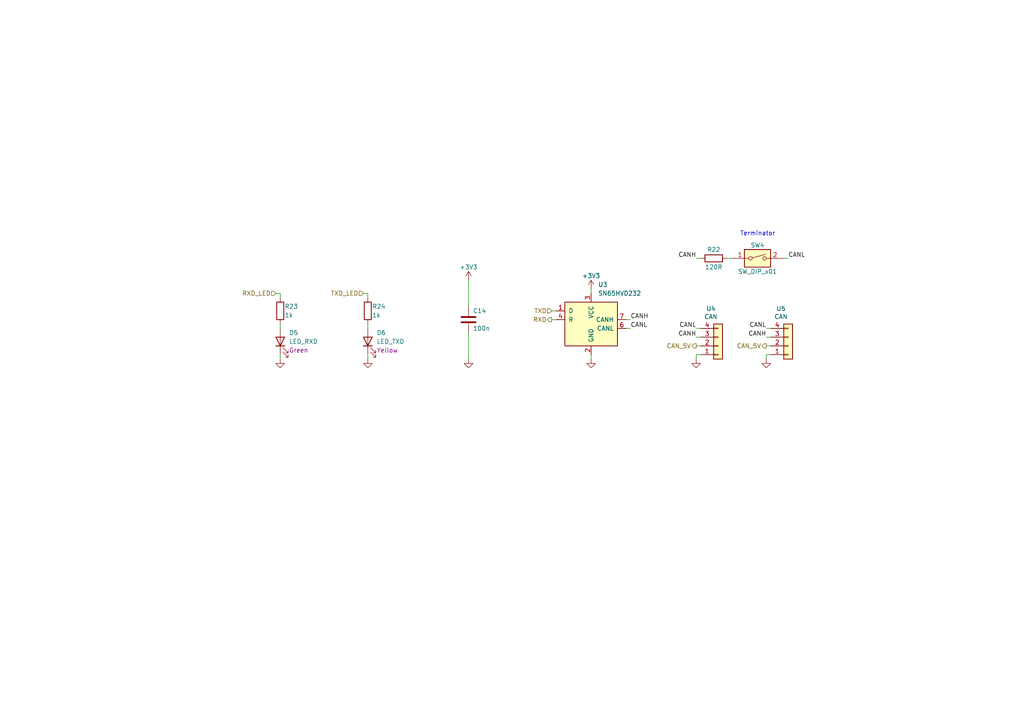
<source format=kicad_sch>
(kicad_sch (version 20231120) (generator "eeschema") (generator_version "8.0")
  (paper "A4")
  (title_block (title "CAN") (date "2023-12-25") (rev "0.1") (company "Patryk Dudziński"))
  (lib_symbols
    (symbol "Connector_Generic:Conn_01x04" (pin_names (offset 1.016) hide)
      (property "Reference" "J" (at 0 5.08 0))
      (property "Value" "Conn_01x04" (at 0 -7.62 0))
      (symbol "Conn_01x04_1_1"
        (rectangle (start -1.27 -4.953) (end 0 -5.207) (stroke (width 0.1524)))
        (rectangle (start -1.27 -2.413) (end 0 -2.667) (stroke (width 0.1524)))
        (rectangle (start -1.27 0.127) (end 0 -0.127) (stroke (width 0.1524)))
        (rectangle (start -1.27 2.667) (end 0 2.413) (stroke (width 0.1524)))
        (rectangle (start -1.27 3.81) (end 1.27 -6.35) (stroke (width 0.254)) (fill (type background)))
        (pin passive line (at -5.08 2.54 0) (length 3.81) (name "Pin_1") (number "1"))
        (pin passive line (at -5.08 0 0) (length 3.81) (name "Pin_2") (number "2"))
        (pin passive line (at -5.08 -2.54 0) (length 3.81) (name "Pin_3") (number "3"))
        (pin passive line (at -5.08 -5.08 0) (length 3.81) (name "Pin_4") (number "4"))
      )
    )
    (symbol "Device:C" (pin_numbers hide) (pin_names (offset 0.254))
      (property "Reference" "C" (at 0.635 2.54 0))
      (property "Value" "C" (at 0.635 -2.54 0))
      (symbol "C_0_1"
        (polyline (pts (xy -2.032 -0.762) (xy 2.032 -0.762)) (stroke (width 0.508)))
        (polyline (pts (xy -2.032 0.762) (xy 2.032 0.762)) (stroke (width 0.508)))
      )
      (symbol "C_1_1"
        (pin passive line (at 0 3.81 270) (length 2.794) (name "~") (number "1"))
        (pin passive line (at 0 -3.81 90) (length 2.794) (name "~") (number "2"))
      )
    )
    (symbol "Device:LED" (pin_numbers hide) (pin_names (offset 1.016) hide)
      (property "Reference" "D" (at 0 2.54 0))
      (property "Value" "LED" (at 0 -2.54 0))
      (symbol "LED_0_1"
        (polyline (pts (xy -1.27 -1.27) (xy -1.27 1.27)) (stroke (width 0.254)))
        (polyline (pts (xy -1.27 0) (xy 1.27 0)))
        (polyline (pts (xy 1.27 -1.27) (xy 1.27 1.27) (xy -1.27 0) (xy 1.27 -1.27)) (stroke (width 0.254)))
        (polyline (pts (xy -3.048 -0.762) (xy -4.572 -2.286) (xy -3.81 -2.286) (xy -4.572 -2.286) (xy -4.572 -1.524)))
        (polyline (pts (xy -1.778 -0.762) (xy -3.302 -2.286) (xy -2.54 -2.286) (xy -3.302 -2.286) (xy -3.302 -1.524)))
      )
      (symbol "LED_1_1"
        (pin passive line (at -3.81 0 0) (length 2.54) (name "K") (number "1"))
        (pin passive line (at 3.81 0 180) (length 2.54) (name "A") (number "2"))
      )
    )
    (symbol "Device:R" (pin_numbers hide) (pin_names (offset 0))
      (property "Reference" "R" (at 2.032 0 90))
      (property "Value" "R" (at 0 0 90))
      (symbol "R_0_1"
        (rectangle (start -1.016 -2.54) (end 1.016 2.54) (stroke (width 0.254)))
      )
      (symbol "R_1_1"
        (pin passive line (at 0 3.81 270) (length 1.27) (name "~") (number "1"))
        (pin passive line (at 0 -3.81 90) (length 1.27) (name "~") (number "2"))
      )
    )
    (symbol "Interface_CAN_LIN:SN65HVD232" (pin_names (offset 1.016))
      (property "Reference" "U" (at -2.54 10.16 0))
      (property "Value" "SN65HVD232" (at -2.54 7.62 0))
      (symbol "SN65HVD232_0_1"
        (rectangle (start -7.62 5.08) (end 7.62 -7.62) (stroke (width 0.254)) (fill (type background)))
      )
      (symbol "SN65HVD232_1_1"
        (pin input line (at -10.16 2.54 0) (length 2.54) (name "D") (number "1"))
        (pin power_in line (at 0 -10.16 90) (length 2.54) (name "GND") (number "2"))
        (pin power_in line (at 0 7.62 270) (length 2.54) (name "VCC") (number "3"))
        (pin output line (at -10.16 0 0) (length 2.54) (name "R") (number "4"))
        (pin no_connect line (at -10.16 -2.54 0) (length 2.54) hide (name "NC") (number "5"))
        (pin bidirectional line (at 10.16 -2.54 180) (length 2.54) (name "CANL") (number "6"))
        (pin bidirectional line (at 10.16 0 180) (length 2.54) (name "CANH") (number "7"))
        (pin no_connect line (at -10.16 -5.08 0) (length 2.54) hide (name "NC") (number "8"))
      )
    )
    (symbol "Switch:SW_DIP_x01" (pin_names (offset 0) hide)
      (property "Reference" "SW" (at 0 3.81 0))
      (property "Value" "SW_DIP_x01" (at 0 -3.81 0))
      (symbol "SW_DIP_x01_0_0"
        (circle (center -2.032 0) (radius 0.508))
        (polyline (pts (xy -1.524 0.127) (xy 2.3622 1.1684)))
        (circle (center 2.032 0) (radius 0.508))
      )
      (symbol "SW_DIP_x01_0_1"
        (rectangle (start -3.81 2.54) (end 3.81 -2.54) (stroke (width 0.254)) (fill (type background)))
      )
      (symbol "SW_DIP_x01_1_1"
        (pin passive line (at -7.62 0 0) (length 5.08) (name "~") (number "1"))
        (pin passive line (at 7.62 0 180) (length 5.08) (name "~") (number "2"))
      )
    )
    (symbol "power:+3V3" (power) (pin_names (offset 0))
      (property "Value" "+3V3" (at 0 3.556 0))
      (symbol "+3V3_0_1"
        (polyline (pts (xy -0.762 1.27) (xy 0 2.54)))
        (polyline (pts (xy 0 0) (xy 0 2.54)))
        (polyline (pts (xy 0 2.54) (xy 0.762 1.27)))
      )
      (symbol "+3V3_1_1"
        (pin power_in line (at 0 0 90) (length 0) hide (name "+3V3") (number "1"))
      )
    )
    (symbol "power:GND" (power) (pin_names (offset 0))
      (property "Value" "GND" (at 0 -3.81 0))
      (symbol "GND_0_1"
        (polyline (pts (xy 0 0) (xy 0 -1.27) (xy 1.27 -1.27) (xy 0 -2.54) (xy -1.27 -1.27) (xy 0 -1.27)))
      )
      (symbol "GND_1_1"
        (pin power_in line (at 0 0 270) (length 0) hide (name "GND") (number "1"))
      )
    )
  )
  (wire (pts (xy 135.89 96.52) (xy 135.89 104.14)))
  (wire (pts (xy 171.45 102.87) (xy 171.45 104.14)))
  (wire (pts (xy 227.33 74.93) (xy 228.6 74.93)))
  (wire (pts (xy 201.93 100.33) (xy 203.2 100.33)))
  (wire (pts (xy 222.25 102.87) (xy 222.25 104.14)))
  (wire (pts (xy 201.93 97.79) (xy 203.2 97.79)))
  (wire (pts (xy 201.93 102.87) (xy 203.2 102.87)))
  (wire (pts (xy 181.61 92.71) (xy 182.88 92.71)))
  (wire (pts (xy 201.93 74.93) (xy 203.2 74.93)))
  (wire (pts (xy 81.28 85.09) (xy 81.28 86.36)))
  (wire (pts (xy 171.45 83.82) (xy 171.45 85.09)))
  (wire (pts (xy 222.25 97.79) (xy 223.52 97.79)))
  (wire (pts (xy 81.28 93.98) (xy 81.28 95.25)))
  (wire (pts (xy 222.25 102.87) (xy 223.52 102.87)))
  (wire (pts (xy 160.02 90.17) (xy 161.29 90.17)))
  (wire (pts (xy 106.68 85.09) (xy 106.68 86.36)))
  (wire (pts (xy 160.02 92.71) (xy 161.29 92.71)))
  (wire (pts (xy 181.61 95.25) (xy 182.88 95.25)))
  (wire (pts (xy 135.89 81.28) (xy 135.89 88.9)))
  (wire (pts (xy 80.01 85.09) (xy 81.28 85.09)))
  (wire (pts (xy 210.82 74.93) (xy 212.09 74.93)))
  (wire (pts (xy 105.41 85.09) (xy 106.68 85.09)))
  (wire (pts (xy 106.68 102.87) (xy 106.68 104.14)))
  (wire (pts (xy 222.25 95.25) (xy 223.52 95.25)))
  (wire (pts (xy 201.93 102.87) (xy 201.93 104.14)))
  (wire (pts (xy 81.28 102.87) (xy 81.28 104.14)))
  (wire (pts (xy 222.25 100.33) (xy 223.52 100.33)))
  (wire (pts (xy 201.93 95.25) (xy 203.2 95.25)))
  (wire (pts (xy 106.68 93.98) (xy 106.68 95.25)))
  (text "Terminator" (at 214.63 68.58 0) (effects (font (size 1.27 1.27)) (justify left bottom)))
  (label "CANH" (at 201.93 74.93 180))
  (label "CANL" (at 222.25 95.25 180))
  (label "CANL" (at 228.6 74.93 0))
  (label "CANH" (at 182.88 92.71 0))
  (label "CANL" (at 182.88 95.25 0))
  (label "CANH" (at 222.25 97.79 180))
  (label "CANH" (at 201.93 97.79 180))
  (label "CANL" (at 201.93 95.25 180))
  (hierarchical_label "CAN_5V" (shape output) (at 201.93 100.33 180))
  (hierarchical_label "RXD_LED" (shape input) (at 80.01 85.09 180))
  (hierarchical_label "TXD" (shape input) (at 160.02 90.17 180))
  (hierarchical_label "RXD" (shape output) (at 160.02 92.71 180))
  (hierarchical_label "TXD_LED" (shape input) (at 105.41 85.09 180))
  (hierarchical_label "CAN_5V" (shape output) (at 222.25 100.33 180))
  (symbol (lib_id "Device:R") (at 81.28 90.17 0) (unit 1)
    (property "Reference" "R23" (at 82.55 88.9 0) (effects (justify left)))
    (property "Value" "1k" (at 82.55 91.44 0) (effects (justify left)))
    (property "Footprint" "Resistor_SMD:R_0402_1005Metric" (effects (hide yes)))
    (instances (project "sdrac_board" (path "" (reference "R23") (unit 1))) (project "motor controller" (path "" (reference "R16") (unit 1))))
  )
  (symbol (lib_id "Switch:SW_DIP_x01") (at 219.71 74.93 0) (unit 1)
    (property "Reference" "SW4" (at 219.71 71.12 0))
    (property "Value" "SW_DIP_x01" (at 219.71 78.74 0))
    (property "Footprint" "Button_Switch_SMD:SW_DIP_SPSTx01_Slide_6.7x4.1mm_W6.73mm_P2.54mm_LowProfile_JPin" (effects (hide yes)))
    (instances (project "sdrac_board" (path "" (reference "SW4") (unit 1))) (project "motor controller" (path "" (reference "SW5") (unit 1))))
  )
  (symbol (lib_id "power:GND") (at 106.68 104.14 0) (unit 1)
    (property "Reference" "#PWR037" (effects (hide yes)))
    (property "Value" "GND" (effects (hide yes)))
    (instances (project "sdrac_board" (path "" (reference "#PWR037") (unit 1))) (project "motor controller" (path "" (reference "#PWR028") (unit 1))))
  )
  (symbol (lib_id "power:GND") (at 81.28 104.14 0) (unit 1)
    (property "Reference" "#PWR036" (effects (hide yes)))
    (property "Value" "GND" (effects (hide yes)))
    (instances (project "sdrac_board" (path "" (reference "#PWR036") (unit 1))) (project "motor controller" (path "" (reference "#PWR027") (unit 1))))
  )
  (symbol (lib_id "Device:C") (at 135.89 92.71 0) (unit 1)
    (property "Reference" "C14" (at 137.16 90.17 0) (effects (justify left)))
    (property "Value" "100n" (at 137.16 95.25 0) (effects (justify left)))
    (property "Footprint" "Capacitor_SMD:C_0402_1005Metric" (effects (hide yes)))
    (instances (project "sdrac_board" (path "" (reference "C14") (unit 1))) (project "motor controller" (path "" (reference "C11") (unit 1))))
  )
  (symbol (lib_id "Device:R") (at 106.68 90.17 0) (unit 1)
    (property "Reference" "R24" (at 107.95 88.9 0) (effects (justify left)))
    (property "Value" "1k" (at 107.95 91.44 0) (effects (justify left)))
    (property "Footprint" "Resistor_SMD:R_0402_1005Metric" (effects (hide yes)))
    (instances (project "sdrac_board" (path "" (reference "R24") (unit 1))) (project "motor controller" (path "" (reference "R17") (unit 1))))
  )
  (symbol (lib_id "Connector_Generic:Conn_01x04") (at 228.6 100.33 0) (mirror x) (unit 1)
    (property "Reference" "U5" (at 226.5172 89.535 0))
    (property "Value" "CAN" (at 226.5172 91.8464 0))
    (property "Footprint" "Connector_Molex:Molex_Micro-Fit_3.0_43045-0412_2x02_P3.00mm_Vertical" (effects (hide yes)))
  )
  (symbol (lib_id "Device:LED") (at 106.68 99.06 90) (unit 1)
    (property "Reference" "D6" (at 109.22 96.52 90) (effects (justify right)))
    (property "Value" "LED_TXD" (at 109.22 99.06 90) (effects (justify right)))
    (property "Footprint" "Diode_SMD:D_0603_1608Metric" (effects (hide yes)))
    (property "Color" "Yellow" (at 109.22 101.6 90) (effects (justify right)))
  )
  (symbol (lib_id "Connector_Generic:Conn_01x04") (at 208.28 100.33 0) (mirror x) (unit 1)
    (property "Reference" "U4" (at 206.1972 89.535 0))
    (property "Value" "CAN" (at 206.1972 91.8464 0))
    (property "Footprint" "Connector_Molex:Molex_Micro-Fit_3.0_43045-0412_2x02_P3.00mm_Vertical" (effects (hide yes)))
  )
  (symbol (lib_id "Device:LED") (at 81.28 99.06 90) (unit 1)
    (property "Reference" "D5" (at 83.82 96.52 90) (effects (justify right)))
    (property "Value" "LED_RXD" (at 83.82 99.06 90) (effects (justify right)))
    (property "Footprint" "Diode_SMD:D_0603_1608Metric" (effects (hide yes)))
    (property "Color" "Green" (at 83.82 101.6 90) (effects (justify right)))
  )
  (symbol (lib_id "power:+3V3") (at 135.89 81.28 0) (unit 1)
    (property "Reference" "#PWR034" (effects (hide yes)))
    (property "Value" "+3V3" (at 135.89 77.47 0))
    (instances (project "sdrac_board" (path "" (reference "#PWR034") (unit 1))) (project "motor controller" (path "" (reference "#PWR029") (unit 1))))
  )
  (symbol (lib_id "power:+3V3") (at 171.45 83.82 0) (unit 1)
    (property "Reference" "#PWR035" (effects (hide yes)))
    (property "Value" "+3V3" (at 171.45 80.01 0))
    (instances (project "sdrac_board" (path "" (reference "#PWR035") (unit 1))) (project "motor controller" (path "" (reference "#PWR031") (unit 1))))
  )
  (symbol (lib_id "Device:R") (at 207.01 74.93 90) (unit 1)
    (property "Reference" "R22" (at 207.01 72.39 90))
    (property "Value" "120R" (at 207.01 77.47 90))
    (property "Footprint" "Resistor_SMD:R_0603_1608Metric" (effects (hide yes)))
    (instances (project "sdrac_board" (path "" (reference "R22") (unit 1))) (project "motor controller" (path "" (reference "R18") (unit 1))))
  )
  (symbol (lib_id "power:GND") (at 171.45 104.14 0) (unit 1)
    (property "Reference" "#PWR039" (effects (hide yes)))
    (property "Value" "GND" (effects (hide yes)))
    (instances (project "sdrac_board" (path "" (reference "#PWR039") (unit 1))) (project "motor controller" (path "" (reference "#PWR032") (unit 1))))
  )
  (symbol (lib_id "power:GND") (at 201.93 104.14 0) (unit 1)
    (property "Reference" "#PWR040" (effects (hide yes)))
    (property "Value" "GND" (effects (hide yes)))
    (instances (project "sdrac_board" (path "" (reference "#PWR040") (unit 1))) (project "motor controller" (path "" (reference "#PWR033") (unit 1))))
  )
  (symbol (lib_id "power:GND") (at 222.25 104.14 0) (unit 1)
    (property "Reference" "#PWR041" (effects (hide yes)))
    (property "Value" "GND" (effects (hide yes)))
    (instances (project "sdrac_board" (path "" (reference "#PWR041") (unit 1))) (project "motor controller" (path "" (reference "#PWR034") (unit 1))))
  )
  (symbol (lib_id "Interface_CAN_LIN:SN65HVD232") (at 171.45 92.71 0) (unit 1)
    (property "Reference" "U3" (at 173.4694 82.55 0) (effects (justify left)))
    (property "Value" "SN65HVD232" (at 173.4694 85.09 0) (effects (justify left)))
    (property "Footprint" "Package_SO:SOIC-8_3.9x4.9mm_P1.27mm" (effects (hide yes)))
    (property "Datasheet" "http://www.ti.com/lit/ds/symlink/sn65hvd230.pdf" (effects (hide yes)))
  )
  (symbol (lib_id "power:GND") (at 135.89 104.14 0) (unit 1)
    (property "Reference" "#PWR038" (effects (hide yes)))
    (property "Value" "GND" (effects (hide yes)))
    (instances (project "sdrac_board" (path "" (reference "#PWR038") (unit 1))) (project "motor controller" (path "" (reference "#PWR030") (unit 1))))
  )
)
</source>
